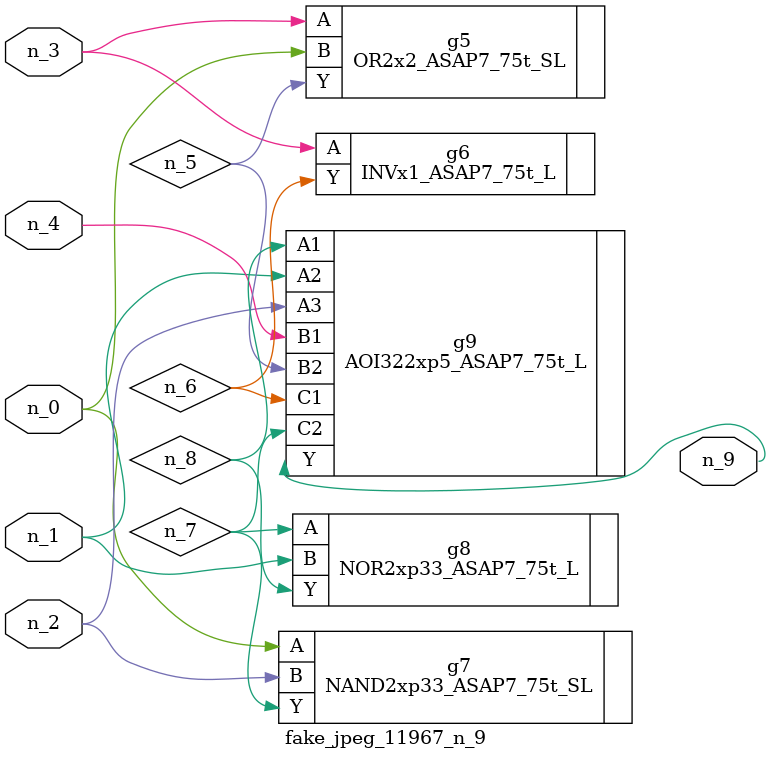
<source format=v>
module fake_jpeg_11967_n_9 (n_3, n_2, n_1, n_0, n_4, n_9);

input n_3;
input n_2;
input n_1;
input n_0;
input n_4;

output n_9;

wire n_8;
wire n_6;
wire n_5;
wire n_7;

OR2x2_ASAP7_75t_SL g5 ( 
.A(n_3),
.B(n_0),
.Y(n_5)
);

INVx1_ASAP7_75t_L g6 ( 
.A(n_3),
.Y(n_6)
);

NAND2xp33_ASAP7_75t_SL g7 ( 
.A(n_0),
.B(n_2),
.Y(n_7)
);

NOR2xp33_ASAP7_75t_L g8 ( 
.A(n_7),
.B(n_1),
.Y(n_8)
);

AOI322xp5_ASAP7_75t_L g9 ( 
.A1(n_8),
.A2(n_1),
.A3(n_2),
.B1(n_4),
.B2(n_5),
.C1(n_6),
.C2(n_7),
.Y(n_9)
);


endmodule
</source>
